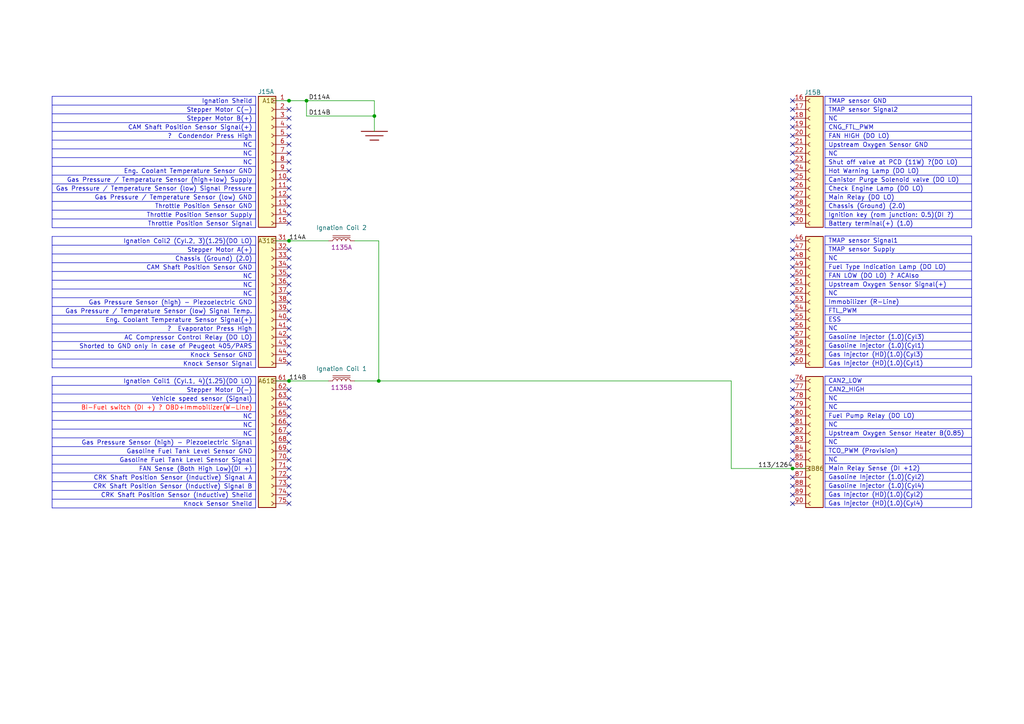
<source format=kicad_sch>
(kicad_sch (version 20250114) (generator "eeschema") (generator_version "9.0")
  (paper "A4")
  (lib_symbols
    (symbol "Conn_01x90_3Row_Socket_1" (pin_names (offset 1.016) (hide yes))
      (property "Reference" "J" (at 1.524 60.833 0))
      (property "Value" "Conn_01x90_3Row_Socket" (at 1.397 -61.214 0))
      (symbol "Conn_01x90_3Row_Socket_1_1_1"
        (pin passive line (at -4.318 58.42 0) (length 3.81) (name "A1") (number "1"))
        (pin passive line (at -4.318 55.88 0) (length 3.81) (name "A2") (number "2"))
        (pin passive line (at -4.318 53.34 0) (length 3.81) (name "A3") (number "3"))
        (pin passive line (at -4.318 50.8 0) (length 3.81) (name "A4") (number "4"))
        (pin passive line (at -4.318 48.26 0) (length 3.81) (name "A5") (number "5"))
        (pin passive line (at -4.318 45.72 0) (length 3.81) (name "A6") (number "6"))
        (pin passive line (at -4.318 43.18 0) (length 3.81) (name "A7") (number "7"))
        (pin passive line (at -4.318 40.64 0) (length 3.81) (name "A8") (number "8"))
        (pin passive line (at -4.318 38.1 0) (length 3.81) (name "A9") (number "9"))
        (pin passive line (at -4.318 35.56 0) (length 3.81) (name "A10") (number "10"))
        (pin passive line (at -4.318 33.02 0) (length 3.81) (name "A11") (number "11"))
        (pin passive line (at -4.318 30.48 0) (length 3.81) (name "A12") (number "12"))
        (pin passive line (at -4.318 27.94 0) (length 3.81) (name "A13") (number "13"))
        (pin passive line (at -4.318 25.4 0) (length 3.81) (name "A14") (number "14"))
        (pin passive line (at -4.318 22.86 0) (length 3.81) (name "A15") (number "15"))
        (pin passive line (at -4.318 17.78 0) (length 3.81) (name "A31") (number "31"))
        (pin passive line (at -4.318 15.24 0) (length 3.81) (name "A32") (number "32"))
        (pin passive line (at -4.318 12.7 0) (length 3.81) (name "A33") (number "33"))
        (pin passive line (at -4.318 10.16 0) (length 3.81) (name "A34") (number "34"))
        (pin passive line (at -4.318 7.62 0) (length 3.81) (name "A35") (number "35"))
        (pin passive line (at -4.318 5.08 0) (length 3.81) (name "A36") (number "36"))
        (pin passive line (at -4.318 2.54 0) (length 3.81) (name "A37") (number "37"))
        (pin passive line (at -4.318 0 0) (length 3.81) (name "A38") (number "38"))
        (pin passive line (at -4.318 -2.54 0) (length 3.81) (name "A39") (number "39"))
        (pin passive line (at -4.318 -5.08 0) (length 3.81) (name "A40") (number "40"))
        (pin passive line (at -4.318 -7.62 0) (length 3.81) (name "A41") (number "41"))
        (pin passive line (at -4.318 -10.16 0) (length 3.81) (name "A42") (number "42"))
        (pin passive line (at -4.318 -12.7 0) (length 3.81) (name "A43") (number "43"))
        (pin passive line (at -4.318 -15.24 0) (length 3.81) (name "A44") (number "44"))
        (pin passive line (at -4.318 -17.78 0) (length 3.81) (name "A45") (number "45"))
        (pin passive line (at -4.318 -22.86 0) (length 3.81) (name "A61") (number "61"))
        (pin passive line (at -4.318 -25.4 0) (length 3.81) (name "A62") (number "62"))
        (pin passive line (at -4.318 -27.94 0) (length 3.81) (name "A63") (number "63"))
        (pin passive line (at -4.318 -30.48 0) (length 3.81) (name "A64") (number "64"))
        (pin passive line (at -4.318 -33.02 0) (length 3.81) (name "A65") (number "65"))
        (pin passive line (at -4.318 -35.56 0) (length 3.81) (name "A66") (number "66"))
        (pin passive line (at -4.318 -38.1 0) (length 3.81) (name "A67") (number "67"))
        (pin passive line (at -4.318 -40.64 0) (length 3.81) (name "A68") (number "68"))
        (pin passive line (at -4.318 -43.18 0) (length 3.81) (name "A69") (number "69"))
        (pin passive line (at -4.318 -45.72 0) (length 3.81) (name "A70") (number "70"))
        (pin passive line (at -4.318 -48.26 0) (length 3.81) (name "A71") (number "71"))
        (pin passive line (at -4.318 -50.8 0) (length 3.81) (name "A72") (number "72"))
        (pin passive line (at -4.318 -53.34 0) (length 3.81) (name "A73") (number "73"))
        (pin passive line (at -4.318 -55.88 0) (length 3.81) (name "A74") (number "74"))
        (pin passive line (at -4.318 -58.42 0) (length 3.81) (name "A75") (number "75"))
      )
      (symbol "Conn_01x90_3Row_Socket_1_2_1"
        (pin passive line (at -4.318 58.42 0) (length 3.81) (name "B16") (number "16"))
        (pin passive line (at -4.318 55.88 0) (length 3.81) (name "B17") (number "17"))
        (pin passive line (at -4.318 53.34 0) (length 3.81) (name "B18") (number "18"))
        (pin passive line (at -4.318 50.8 0) (length 3.81) (name "B19") (number "19"))
        (pin passive line (at -4.318 48.26 0) (length 3.81) (name "B20") (number "20"))
        (pin passive line (at -4.318 45.72 0) (length 3.81) (name "B21") (number "21"))
        (pin passive line (at -4.318 43.18 0) (length 3.81) (name "B22") (number "22"))
        (pin passive line (at -4.318 40.64 0) (length 3.81) (name "B23") (number "23"))
        (pin passive line (at -4.318 38.1 0) (length 3.81) (name "B24") (number "24"))
        (pin passive line (at -4.318 35.56 0) (length 3.81) (name "B25") (number "25"))
        (pin passive line (at -4.318 33.02 0) (length 3.81) (name "B26") (number "26"))
        (pin passive line (at -4.318 30.48 0) (length 3.81) (name "B27") (number "27"))
        (pin passive line (at -4.318 27.94 0) (length 3.81) (name "B28") (number "28"))
        (pin passive line (at -4.318 25.4 0) (length 3.81) (name "B29") (number "29"))
        (pin passive line (at -4.318 22.86 0) (length 3.81) (name "B30") (number "30"))
        (pin passive line (at -4.318 17.78 0) (length 3.81) (name "B46") (number "46"))
        (pin passive line (at -4.318 15.24 0) (length 3.81) (name "B47") (number "47"))
        (pin passive line (at -4.318 12.7 0) (length 3.81) (name "B48") (number "48"))
        (pin passive line (at -4.318 10.16 0) (length 3.81) (name "B49") (number "49"))
        (pin passive line (at -4.318 7.62 0) (length 3.81) (name "B50") (number "50"))
        (pin passive line (at -4.318 5.08 0) (length 3.81) (name "B51") (number "51"))
        (pin passive line (at -4.318 2.54 0) (length 3.81) (name "B52") (number "52"))
        (pin passive line (at -4.318 0 0) (length 3.81) (name "B53") (number "53"))
        (pin passive line (at -4.318 -2.54 0) (length 3.81) (name "B54") (number "54"))
        (pin passive line (at -4.318 -5.08 0) (length 3.81) (name "B55") (number "55"))
        (pin passive line (at -4.318 -7.62 0) (length 3.81) (name "B56") (number "56"))
        (pin passive line (at -4.318 -10.16 0) (length 3.81) (name "B57") (number "57"))
        (pin passive line (at -4.318 -12.7 0) (length 3.81) (name "B58") (number "58"))
        (pin passive line (at -4.318 -15.24 0) (length 3.81) (name "B59") (number "59"))
        (pin passive line (at -4.318 -17.78 0) (length 3.81) (name "B60") (number "60"))
        (pin passive line (at -4.318 -22.86 0) (length 3.81) (name "B76") (number "76"))
        (pin passive line (at -4.318 -25.4 0) (length 3.81) (name "B77") (number "77"))
        (pin passive line (at -4.318 -27.94 0) (length 3.81) (name "B78") (number "78"))
        (pin passive line (at -4.318 -30.48 0) (length 3.81) (name "B79") (number "79"))
        (pin passive line (at -4.318 -33.02 0) (length 3.81) (name "B80") (number "80"))
        (pin passive line (at -4.318 -35.56 0) (length 3.81) (name "B81") (number "81"))
        (pin passive line (at -4.318 -38.1 0) (length 3.81) (name "B82") (number "82"))
        (pin passive line (at -4.318 -40.64 0) (length 3.81) (name "B83") (number "83"))
        (pin passive line (at -4.318 -43.18 0) (length 3.81) (name "B84") (number "84"))
        (pin passive line (at -4.318 -45.72 0) (length 3.81) (name "B85") (number "85"))
        (pin passive line (at -4.318 -48.26 0) (length 3.81) (name "B86") (number "86"))
        (pin passive line (at -4.318 -50.8 0) (length 3.81) (name "B87") (number "87"))
        (pin passive line (at -4.318 -53.34 0) (length 3.81) (name "B88") (number "88"))
        (pin passive line (at -4.318 -55.88 0) (length 3.81) (name "B89") (number "89"))
        (pin passive line (at -4.318 -58.42 0) (length 3.81) (name "B90") (number "90"))
      )
    )
    (symbol "Device:L_Iron" (pin_numbers (hide yes)) (pin_names (offset 1.016) (hide yes))
      (property "Reference" "L" (at -1.27 0 90))
      (property "Value" "L_Iron" (at 2.794 0 90))
      (symbol "L_Iron_1_1"
        (pin passive line (at 0 3.81 270) (length 1.27) (name "1") (number "1"))
        (pin passive line (at 0 -3.81 90) (length 1.27) (name "2") (number "2"))
      )
    )
    (symbol "Generic:P,E" (power) (pin_numbers (hide yes)) (pin_names (offset 3.81))
      (symbol "P,E_1_1"
        (pin power_in line (at 0 0 0) (length 0) (hide yes) (name "E") (number "0"))
      )
    )
    (symbol "sicma_socket:Conn_01x90_3Row_Socket" (pin_names (offset 1.016) (hide yes))
      (property "Reference" "J" (at 1.524 60.833 0))
      (property "Value" "Conn_01x90_3Row_Socket" (at 1.397 -61.214 0))
      (symbol "Conn_01x90_3Row_Socket_1_1"
        (pin passive line (at -4.318 58.42 0) (length 3.81) (name "A1") (number "1"))
        (pin passive line (at -4.318 55.88 0) (length 3.81) (name "A2") (number "2"))
        (pin passive line (at -4.318 53.34 0) (length 3.81) (name "A3") (number "3"))
        (pin passive line (at -4.318 50.8 0) (length 3.81) (name "A4") (number "4"))
        (pin passive line (at -4.318 48.26 0) (length 3.81) (name "A5") (number "5"))
        (pin passive line (at -4.318 45.72 0) (length 3.81) (name "A6") (number "6"))
        (pin passive line (at -4.318 43.18 0) (length 3.81) (name "A7") (number "7"))
        (pin passive line (at -4.318 40.64 0) (length 3.81) (name "A8") (number "8"))
        (pin passive line (at -4.318 38.1 0) (length 3.81) (name "A9") (number "9"))
        (pin passive line (at -4.318 35.56 0) (length 3.81) (name "A10") (number "10"))
        (pin passive line (at -4.318 33.02 0) (length 3.81) (name "A11") (number "11"))
        (pin passive line (at -4.318 30.48 0) (length 3.81) (name "A12") (number "12"))
        (pin passive line (at -4.318 27.94 0) (length 3.81) (name "A13") (number "13"))
        (pin passive line (at -4.318 25.4 0) (length 3.81) (name "A14") (number "14"))
        (pin passive line (at -4.318 22.86 0) (length 3.81) (name "A15") (number "15"))
        (pin passive line (at -4.318 17.78 0) (length 3.81) (name "A31") (number "31"))
        (pin passive line (at -4.318 15.24 0) (length 3.81) (name "A32") (number "32"))
        (pin passive line (at -4.318 12.7 0) (length 3.81) (name "A33") (number "33"))
        (pin passive line (at -4.318 10.16 0) (length 3.81) (name "A34") (number "34"))
        (pin passive line (at -4.318 7.62 0) (length 3.81) (name "A35") (number "35"))
        (pin passive line (at -4.318 5.08 0) (length 3.81) (name "A36") (number "36"))
        (pin passive line (at -4.318 2.54 0) (length 3.81) (name "A37") (number "37"))
        (pin passive line (at -4.318 0 0) (length 3.81) (name "A38") (number "38"))
        (pin passive line (at -4.318 -2.54 0) (length 3.81) (name "A39") (number "39"))
        (pin passive line (at -4.318 -5.08 0) (length 3.81) (name "A40") (number "40"))
        (pin passive line (at -4.318 -7.62 0) (length 3.81) (name "A41") (number "41"))
        (pin passive line (at -4.318 -10.16 0) (length 3.81) (name "A42") (number "42"))
        (pin passive line (at -4.318 -12.7 0) (length 3.81) (name "A43") (number "43"))
        (pin passive line (at -4.318 -15.24 0) (length 3.81) (name "A44") (number "44"))
        (pin passive line (at -4.318 -17.78 0) (length 3.81) (name "A45") (number "45"))
        (pin passive line (at -4.318 -22.86 0) (length 3.81) (name "A61") (number "61"))
        (pin passive line (at -4.318 -25.4 0) (length 3.81) (name "A62") (number "62"))
        (pin passive line (at -4.318 -27.94 0) (length 3.81) (name "A63") (number "63"))
        (pin passive line (at -4.318 -30.48 0) (length 3.81) (name "A64") (number "64"))
        (pin passive line (at -4.318 -33.02 0) (length 3.81) (name "A65") (number "65"))
        (pin passive line (at -4.318 -35.56 0) (length 3.81) (name "A66") (number "66"))
        (pin passive line (at -4.318 -38.1 0) (length 3.81) (name "A67") (number "67"))
        (pin passive line (at -4.318 -40.64 0) (length 3.81) (name "A68") (number "68"))
        (pin passive line (at -4.318 -43.18 0) (length 3.81) (name "A69") (number "69"))
        (pin passive line (at -4.318 -45.72 0) (length 3.81) (name "A70") (number "70"))
        (pin passive line (at -4.318 -48.26 0) (length 3.81) (name "A71") (number "71"))
        (pin passive line (at -4.318 -50.8 0) (length 3.81) (name "A72") (number "72"))
        (pin passive line (at -4.318 -53.34 0) (length 3.81) (name "A73") (number "73"))
        (pin passive line (at -4.318 -55.88 0) (length 3.81) (name "A74") (number "74"))
        (pin passive line (at -4.318 -58.42 0) (length 3.81) (name "A75") (number "75"))
      )
      (symbol "Conn_01x90_3Row_Socket_2_1"
        (pin passive line (at -4.318 58.42 0) (length 3.81) (name "B16") (number "16"))
        (pin passive line (at -4.318 55.88 0) (length 3.81) (name "B17") (number "17"))
        (pin passive line (at -4.318 53.34 0) (length 3.81) (name "B18") (number "18"))
        (pin passive line (at -4.318 50.8 0) (length 3.81) (name "B19") (number "19"))
        (pin passive line (at -4.318 48.26 0) (length 3.81) (name "B20") (number "20"))
        (pin passive line (at -4.318 45.72 0) (length 3.81) (name "B21") (number "21"))
        (pin passive line (at -4.318 43.18 0) (length 3.81) (name "B22") (number "22"))
        (pin passive line (at -4.318 40.64 0) (length 3.81) (name "B23") (number "23"))
        (pin passive line (at -4.318 38.1 0) (length 3.81) (name "B24") (number "24"))
        (pin passive line (at -4.318 35.56 0) (length 3.81) (name "B25") (number "25"))
        (pin passive line (at -4.318 33.02 0) (length 3.81) (name "B26") (number "26"))
        (pin passive line (at -4.318 30.48 0) (length 3.81) (name "B27") (number "27"))
        (pin passive line (at -4.318 27.94 0) (length 3.81) (name "B28") (number "28"))
        (pin passive line (at -4.318 25.4 0) (length 3.81) (name "B29") (number "29"))
        (pin passive line (at -4.318 22.86 0) (length 3.81) (name "B30") (number "30"))
        (pin passive line (at -4.318 17.78 0) (length 3.81) (name "B46") (number "46"))
        (pin passive line (at -4.318 15.24 0) (length 3.81) (name "B47") (number "47"))
        (pin passive line (at -4.318 12.7 0) (length 3.81) (name "B48") (number "48"))
        (pin passive line (at -4.318 10.16 0) (length 3.81) (name "B49") (number "49"))
        (pin passive line (at -4.318 7.62 0) (length 3.81) (name "B50") (number "50"))
        (pin passive line (at -4.318 5.08 0) (length 3.81) (name "B51") (number "51"))
        (pin passive line (at -4.318 2.54 0) (length 3.81) (name "B52") (number "52"))
        (pin passive line (at -4.318 0 0) (length 3.81) (name "B53") (number "53"))
        (pin passive line (at -4.318 -2.54 0) (length 3.81) (name "B54") (number "54"))
        (pin passive line (at -4.318 -5.08 0) (length 3.81) (name "B55") (number "55"))
        (pin passive line (at -4.318 -7.62 0) (length 3.81) (name "B56") (number "56"))
        (pin passive line (at -4.318 -10.16 0) (length 3.81) (name "B57") (number "57"))
        (pin passive line (at -4.318 -12.7 0) (length 3.81) (name "B58") (number "58"))
        (pin passive line (at -4.318 -15.24 0) (length 3.81) (name "B59") (number "59"))
        (pin passive line (at -4.318 -17.78 0) (length 3.81) (name "B60") (number "60"))
        (pin passive line (at -4.318 -22.86 0) (length 3.81) (name "B76") (number "76"))
        (pin passive line (at -4.318 -25.4 0) (length 3.81) (name "B77") (number "77"))
        (pin passive line (at -4.318 -27.94 0) (length 3.81) (name "B78") (number "78"))
        (pin passive line (at -4.318 -30.48 0) (length 3.81) (name "B79") (number "79"))
        (pin passive line (at -4.318 -33.02 0) (length 3.81) (name "B80") (number "80"))
        (pin passive line (at -4.318 -35.56 0) (length 3.81) (name "B81") (number "81"))
        (pin passive line (at -4.318 -38.1 0) (length 3.81) (name "B82") (number "82"))
        (pin passive line (at -4.318 -40.64 0) (length 3.81) (name "B83") (number "83"))
        (pin passive line (at -4.318 -43.18 0) (length 3.81) (name "B84") (number "84"))
        (pin passive line (at -4.318 -45.72 0) (length 3.81) (name "B85") (number "85"))
        (pin passive line (at -4.318 -48.26 0) (length 3.81) (name "B86") (number "86"))
        (pin passive line (at -4.318 -50.8 0) (length 3.81) (name "B87") (number "87"))
        (pin passive line (at -4.318 -53.34 0) (length 3.81) (name "B88") (number "88"))
        (pin passive line (at -4.318 -55.88 0) (length 3.81) (name "B89") (number "89"))
        (pin passive line (at -4.318 -58.42 0) (length 3.81) (name "B90") (number "90"))
      )
    )
  )
  (junction (at 109.855 110.49))
  (junction (at 83.82 110.49))
  (junction (at 229.87 135.89))
  (junction (at 88.9 29.21))
  (junction (at 108.585 33.655))
  (junction (at 83.82 69.85))
  (junction (at 83.82 29.21))
  (no_connect (at 83.82 130.81))
  (no_connect (at 229.87 29.21))
  (no_connect (at 229.87 82.55))
  (no_connect (at 83.82 138.43))
  (no_connect (at 83.82 62.23))
  (no_connect (at 229.87 92.71))
  (no_connect (at 229.87 57.15))
  (no_connect (at 83.82 36.83))
  (no_connect (at 229.87 118.11))
  (no_connect (at 229.87 105.41))
  (no_connect (at 229.87 128.27))
  (no_connect (at 229.87 31.75))
  (no_connect (at 83.82 74.93))
  (no_connect (at 229.87 64.77))
  (no_connect (at 83.82 90.17))
  (no_connect (at 229.87 36.83))
  (no_connect (at 83.82 95.25))
  (no_connect (at 83.82 125.73))
  (no_connect (at 83.82 34.29))
  (no_connect (at 83.82 97.79))
  (no_connect (at 229.87 90.17))
  (no_connect (at 229.87 85.09))
  (no_connect (at 229.87 34.29))
  (no_connect (at 229.87 80.01))
  (no_connect (at 83.82 87.63))
  (no_connect (at 229.87 120.65))
  (no_connect (at 83.82 31.75))
  (no_connect (at 83.82 52.07))
  (no_connect (at 83.82 92.71))
  (no_connect (at 83.82 44.45))
  (no_connect (at 229.87 113.03))
  (no_connect (at 229.87 138.43))
  (no_connect (at 229.87 39.37))
  (no_connect (at 83.82 39.37))
  (no_connect (at 83.82 118.11))
  (no_connect (at 83.82 115.57))
  (no_connect (at 229.87 146.05))
  (no_connect (at 229.87 143.51))
  (no_connect (at 83.82 100.33))
  (no_connect (at 83.82 105.41))
  (no_connect (at 83.82 123.19))
  (no_connect (at 83.82 120.65))
  (no_connect (at 83.82 140.97))
  (no_connect (at 83.82 54.61))
  (no_connect (at 83.82 85.09))
  (no_connect (at 229.87 41.91))
  (no_connect (at 229.87 102.87))
  (no_connect (at 229.87 74.93))
  (no_connect (at 229.87 130.81))
  (no_connect (at 229.87 140.97))
  (no_connect (at 229.87 97.79))
  (no_connect (at 83.82 77.47))
  (no_connect (at 229.87 87.63))
  (no_connect (at 229.87 62.23))
  (no_connect (at 229.87 49.53))
  (no_connect (at 229.87 95.25))
  (no_connect (at 83.82 82.55))
  (no_connect (at 83.82 143.51))
  (no_connect (at 229.87 54.61))
  (no_connect (at 83.82 64.77))
  (no_connect (at 229.87 44.45))
  (no_connect (at 229.87 69.85))
  (no_connect (at 83.82 135.89))
  (no_connect (at 229.87 46.99))
  (no_connect (at 83.82 46.99))
  (no_connect (at 83.82 59.69))
  (no_connect (at 229.87 125.73))
  (no_connect (at 229.87 133.35))
  (no_connect (at 83.82 128.27))
  (no_connect (at 229.87 123.19))
  (no_connect (at 83.82 72.39))
  (no_connect (at 229.87 52.07))
  (no_connect (at 229.87 115.57))
  (no_connect (at 83.82 57.15))
  (no_connect (at 229.87 77.47))
  (no_connect (at 83.82 102.87))
  (no_connect (at 83.82 133.35))
  (no_connect (at 229.87 110.49))
  (no_connect (at 83.82 41.91))
  (no_connect (at 229.87 100.33))
  (no_connect (at 83.82 146.05))
  (no_connect (at 83.82 113.03))
  (no_connect (at 229.87 59.69))
  (no_connect (at 83.82 80.01))
  (no_connect (at 83.82 49.53))
  (no_connect (at 229.87 72.39))
  (wire (pts (xy 229.87 135.89) (xy 233.68 135.89)))
  (wire (pts (xy 102.87 110.49) (xy 109.855 110.49)))
  (wire (pts (xy 88.9 29.21) (xy 108.585 29.21)))
  (wire (pts (xy 109.855 69.85) (xy 109.855 110.49)))
  (wire (pts (xy 108.585 38.1) (xy 108.585 33.655)))
  (wire (pts (xy 83.82 69.85) (xy 95.25 69.85)))
  (wire (pts (xy 83.82 110.49) (xy 95.25 110.49)))
  (wire (pts (xy 88.9 33.655) (xy 108.585 33.655)))
  (wire (pts (xy 108.585 33.655) (xy 108.585 29.21)))
  (wire (pts (xy 88.9 29.21) (xy 88.9 33.655)))
  (wire (pts (xy 80.01 110.49) (xy 83.82 110.49)))
  (wire (pts (xy 212.09 110.49) (xy 212.09 135.89)))
  (wire (pts (xy 109.855 69.85) (xy 102.87 69.85)))
  (wire (pts (xy 83.82 29.21) (xy 88.9 29.21)))
  (wire (pts (xy 109.855 110.49) (xy 212.09 110.49)))
  (wire (pts (xy 212.09 135.89) (xy 229.87 135.89)))
  (wire (pts (xy 80.01 29.21) (xy 83.82 29.21)))
  (wire (pts (xy 80.01 69.85) (xy 83.82 69.85)))
  (table (column_count 1) (border (external yes) (header yes)) (separators (rows yes) (cols yes)) (column_widths 42.545) (row_heights 2.54 2.54 2.54 2.54 2.54 2.54 2.54 2.54 2.54 2.54 2.54 2.54 2.54 2.54 2.54) (cells (table_cell "CAN2_LOW" (at 239.268 109.093 0) (size 42.545 2.54) (margins 0.9525 0.9525 0.9525 0.9525) (span 1 1)) (table_cell "CAN2_HIGH" (at 239.268 111.633 0) (size 42.545 2.54) (margins 0.9525 0.9525 0.9525 0.9525) (span 1 1)) (table_cell "NC" (at 239.268 114.173 0) (size 42.545 2.54) (margins 0.9525 0.9525 0.9525 0.9525) (span 1 1)) (table_cell "NC" (at 239.268 116.713 0) (size 42.545 2.54) (margins 0.9525 0.9525 0.9525 0.9525) (span 1 1)) (table_cell "Fuel Pump Relay (DO LO)" (at 239.268 119.253 0) (size 42.545 2.54) (margins 0.9525 0.9525 0.9525 0.9525) (span 1 1)) (table_cell "NC" (at 239.268 121.793 0) (size 42.545 2.54) (margins 0.9525 0.9525 0.9525 0.9525) (span 1 1)) (table_cell "Upstream Oxygen Sensor Heater B(0.85)" (at 239.268 124.333 0) (size 42.545 2.54) (margins 0.9525 0.9525 0.9525 0.9525) (span 1 1)) (table_cell "NC" (at 239.268 126.873 0) (size 42.545 2.54) (margins 0.9525 0.9525 0.9525 0.9525) (span 1 1)) (table_cell "TCO_PWM (Provision)" (at 239.268 129.413 0) (size 42.545 2.54) (margins 0.9525 0.9525 0.9525 0.9525) (span 1 1)) (table_cell "NC" (at 239.268 131.953 0) (size 42.545 2.54) (margins 0.9525 0.9525 0.9525 0.9525) (span 1 1)) (table_cell "Main Relay Sense (DI +12)" (at 239.268 134.493 0) (size 42.545 2.54) (margins 0.9525 0.9525 0.9525 0.9525) (span 1 1)) (table_cell "Gasoline Injector (1.0)(Cyl2)" (at 239.268 137.033 0) (size 42.545 2.54) (margins 0.9525 0.9525 0.9525 0.9525) (span 1 1)) (table_cell "Gasoline Injector (1.0)(Cyl4)" (at 239.268 139.573 0) (size 42.545 2.54) (margins 0.9525 0.9525 0.9525 0.9525) (span 1 1)) (table_cell "Gas Injector (HD)(1.0)(Cyl2)" (at 239.268 142.113 0) (size 42.545 2.54) (margins 0.9525 0.9525 0.9525 0.9525) (span 1 1)) (table_cell "Gas Injector (HD)(1.0)(Cyl4)" (at 239.268 144.653 0) (size 42.545 2.54) (margins 0.9525 0.9525 0.9525 0.9525) (span 1 1))))
  (table (column_count 1) (border (external yes) (header no)) (separators (rows yes) (cols no)) (column_widths 59.055) (row_heights 2.54 2.54 2.54 2.54 2.54 2.54 2.54 2.54 2.54 2.54 2.54 2.54 2.54 2.54 2.54) (cells (table_cell "Ignation Sheild" (at 15.113 27.94 0) (size 59.055 2.54) (margins 0.9525 0.9525 0.9525 0.9525) (span 1 1)) (table_cell "Stepper Motor C(-)" (at 15.113 30.48 0) (size 59.055 2.54) (margins 0.9525 0.9525 0.9525 0.9525) (span 1 1)) (table_cell "Stepper Motor B(+)" (at 15.113 33.02 0) (size 59.055 2.54) (margins 0.9525 0.9525 0.9525 0.9525) (span 1 1)) (table_cell "CAM Shaft Position Sensor Signal(+)" (at 15.113 35.56 0) (size 59.055 2.54) (margins 0.9525 0.9525 0.9525 0.9525) (span 1 1)) (table_cell "?  Condendor Press High" (at 15.113 38.1 0) (size 59.055 2.54) (margins 0.9525 0.9525 0.9525 0.9525) (span 1 1)) (table_cell "NC" (at 15.113 40.64 0) (size 59.055 2.54) (margins 0.9525 0.9525 0.9525 0.9525) (span 1 1)) (table_cell "NC" (at 15.113 43.18 0) (size 59.055 2.54) (margins 0.9525 0.9525 0.9525 0.9525) (span 1 1)) (table_cell "NC" (at 15.113 45.72 0) (size 59.055 2.54) (margins 0.9525 0.9525 0.9525 0.9525) (span 1 1)) (table_cell "Eng. Coolant Temperature Sensor GND" (at 15.113 48.26 0) (size 59.055 2.54) (margins 0.9525 0.9525 0.9525 0.9525) (span 1 1)) (table_cell "Gas Pressure / Temperature Sensor (high+low) Supply" (at 15.113 50.8 0) (size 59.055 2.54) (margins 0.9525 0.9525 0.9525 0.9525) (span 1 1)) (table_cell "Gas Pressure / Temperature Sensor (low) Signal Pressure" (at 15.113 53.34 0) (size 59.055 2.54) (margins 0.9525 0.9525 0.9525 0.9525) (span 1 1)) (table_cell "Gas Pressure / Temperature Sensor (low) GND" (at 15.113 55.88 0) (size 59.055 2.54) (margins 0.9525 0.9525 0.9525 0.9525) (span 1 1)) (table_cell "Throttle Position Sensor GND" (at 15.113 58.42 0) (size 59.055 2.54) (margins 0.9525 0.9525 0.9525 0.9525) (span 1 1)) (table_cell "Throttle Position Sensor Supply" (at 15.113 60.96 0) (size 59.055 2.54) (margins 0.9525 0.9525 0.9525 0.9525) (span 1 1)) (table_cell "Throttle Position Sensor Signal" (at 15.113 63.5 0) (size 59.055 2.54) (margins 0.9525 0.9525 0.9525 0.9525) (span 1 1))))
  (table (column_count 1) (border (external yes) (header yes)) (separators (rows yes) (cols yes)) (column_widths 42.545) (row_heights 2.54 2.54 2.54 2.54 2.54 2.54 2.54 2.54 2.54 2.54 2.54 2.54 2.54 2.54 2.54) (cells (table_cell "TMAP sensor Signal1" (at 239.268 68.453 0) (size 42.545 2.54) (margins 0.9525 0.9525 0.9525 0.9525) (span 1 1)) (table_cell "TMAP sensor Supply" (at 239.268 70.993 0) (size 42.545 2.54) (margins 0.9525 0.9525 0.9525 0.9525) (span 1 1)) (table_cell "NC" (at 239.268 73.533 0) (size 42.545 2.54) (margins 0.9525 0.9525 0.9525 0.9525) (span 1 1)) (table_cell "Fuel Type Indication Lamp (DO LO)" (at 239.268 76.073 0) (size 42.545 2.54) (margins 0.9525 0.9525 0.9525 0.9525) (span 1 1)) (table_cell "FAN LOW (DO LO) ? ACAlso" (at 239.268 78.613 0) (size 42.545 2.54) (margins 0.9525 0.9525 0.9525 0.9525) (span 1 1)) (table_cell "Upstream Oxygen Sensor Signal(+)" (at 239.268 81.153 0) (size 42.545 2.54) (margins 0.9525 0.9525 0.9525 0.9525) (span 1 1)) (table_cell "NC" (at 239.268 83.693 0) (size 42.545 2.54) (margins 0.9525 0.9525 0.9525 0.9525) (span 1 1)) (table_cell "Immobilizer (R-Line)" (at 239.268 86.233 0) (size 42.545 2.54) (margins 0.9525 0.9525 0.9525 0.9525) (span 1 1)) (table_cell "FTL_PWM" (at 239.268 88.773 0) (size 42.545 2.54) (margins 0.9525 0.9525 0.9525 0.9525) (span 1 1)) (table_cell "ESS" (at 239.268 91.313 0) (size 42.545 2.54) (margins 0.9525 0.9525 0.9525 0.9525) (span 1 1)) (table_cell "NC" (at 239.268 93.853 0) (size 42.545 2.54) (margins 0.9525 0.9525 0.9525 0.9525) (span 1 1)) (table_cell "Gasoline Injector (1.0)(Cyl3)" (at 239.268 96.393 0) (size 42.545 2.54) (margins 0.9525 0.9525 0.9525 0.9525) (span 1 1)) (table_cell "Gasoline Injector (1.0)(Cyl1)" (at 239.268 98.933 0) (size 42.545 2.54) (margins 0.9525 0.9525 0.9525 0.9525) (span 1 1)) (table_cell "Gas Injector (HD)(1.0)(Cyl3)" (at 239.268 101.473 0) (size 42.545 2.54) (margins 0.9525 0.9525 0.9525 0.9525) (span 1 1)) (table_cell "Gas Injector (HD)(1.0)(Cyl1)" (at 239.268 104.013 0) (size 42.545 2.54) (margins 0.9525 0.9525 0.9525 0.9525) (span 1 1))))
  (table (column_count 1) (border (external yes) (header yes)) (separators (rows yes) (cols yes)) (column_widths 59.055) (row_heights 2.54 2.54 2.54 2.54 2.54 2.54 2.54 2.54 2.54 2.54 2.54 2.54 2.54 2.54 2.54) (cells (table_cell "Ignation Coil2 (Cyl.2, 3)(1.25)(DO LO)" (at 15.113 68.58 0) (size 59.055 2.54) (margins 0.9525 0.9525 0.9525 0.9525) (span 1 1)) (table_cell "Stepper Motor A(+)" (at 15.113 71.12 0) (size 59.055 2.54) (margins 0.9525 0.9525 0.9525 0.9525) (span 1 1)) (table_cell "Chassis (Ground) (2.0)" (at 15.113 73.66 0) (size 59.055 2.54) (margins 0.9525 0.9525 0.9525 0.9525) (span 1 1)) (table_cell "CAM Shaft Position Sensor GND" (at 15.113 76.2 0) (size 59.055 2.54) (margins 0.9525 0.9525 0.9525 0.9525) (span 1 1)) (table_cell "NC" (at 15.113 78.74 0) (size 59.055 2.54) (margins 0.9525 0.9525 0.9525 0.9525) (span 1 1)) (table_cell "NC" (at 15.113 81.28 0) (size 59.055 2.54) (margins 0.9525 0.9525 0.9525 0.9525) (span 1 1)) (table_cell "NC" (at 15.113 83.82 0) (size 59.055 2.54) (margins 0.9525 0.9525 0.9525 0.9525) (span 1 1)) (table_cell "Gas Pressure Sensor (high) - Piezoelectric GND" (at 15.113 86.36 0) (size 59.055 2.54) (margins 0.9525 0.9525 0.9525 0.9525) (span 1 1)) (table_cell "Gas Pressure / Temperature Sensor (low) Signal Temp." (at 15.113 88.9 0) (size 59.055 2.54) (margins 0.9525 0.9525 0.9525 0.9525) (span 1 1)) (table_cell "Eng. Coolant Temperature Sensor Signal(+)" (at 15.113 91.44 0) (size 59.055 2.54) (margins 0.9525 0.9525 0.9525 0.9525) (span 1 1)) (table_cell "?  Evaporator Press High" (at 15.113 93.98 0) (size 59.055 2.54) (margins 0.9525 0.9525 0.9525 0.9525) (span 1 1)) (table_cell "AC Compressor Control Relay (DO LO)" (at 15.113 96.52 0) (size 59.055 2.54) (margins 0.9525 0.9525 0.9525 0.9525) (span 1 1)) (table_cell "Shorted to GND only in case of Peugeot 405/PARS" (at 15.113 99.06 0) (size 59.055 2.54) (margins 0.9525 0.9525 0.9525 0.9525) (span 1 1)) (table_cell "Knock Sensor GND" (at 15.113 101.6 0) (size 59.055 2.54) (margins 0.9525 0.9525 0.9525 0.9525) (span 1 1)) (table_cell "Knock Sensor Signal" (at 15.113 104.14 0) (size 59.055 2.54) (margins 0.9525 0.9525 0.9525 0.9525) (span 1 1))))
  (table (column_count 1) (border (external yes) (header yes)) (separators (rows yes) (cols yes)) (column_widths 59.055) (row_heights 2.54 2.54 2.54 2.54 2.54 2.54 2.54 2.54 2.54 2.54 2.54 2.54 2.54 2.54 2.54) (cells (table_cell "Ignation Coil1 (Cyl.1, 4)(1.25)(DO LO)" (at 15.113 109.22 0) (size 59.055 2.54) (margins 0.9525 0.9525 0.9525 0.9525) (span 1 1)) (table_cell "Stepper Motor D(-)" (at 15.113 111.76 0) (size 59.055 2.54) (margins 0.9525 0.9525 0.9525 0.9525) (span 1 1)) (table_cell "Vehicle speed sensor (Signal)" (at 15.113 114.3 0) (size 59.055 2.54) (margins 0.9525 0.9525 0.9525 0.9525) (span 1 1)) (table_cell "Bi-Fuel switch (DI +) ? OBD+Immobilizer(W-Line)" (at 15.113 116.84 0) (size 59.055 2.54) (margins 0.9525 0.9525 0.9525 0.9525) (span 1 1)) (table_cell "NC" (at 15.113 119.38 0) (size 59.055 2.54) (margins 0.9525 0.9525 0.9525 0.9525) (span 1 1)) (table_cell "NC" (at 15.113 121.92 0) (size 59.055 2.54) (margins 0.9525 0.9525 0.9525 0.9525) (span 1 1)) (table_cell "NC" (at 15.113 124.46 0) (size 59.055 2.54) (margins 0.9525 0.9525 0.9525 0.9525) (span 1 1)) (table_cell "Gas Pressure Sensor (high) - Piezoelectric Signal" (at 15.113 127 0) (size 59.055 2.54) (margins 0.9525 0.9525 0.9525 0.9525) (span 1 1)) (table_cell "Gasoline Fuel Tank Level Sensor GND" (at 15.113 129.54 0) (size 59.055 2.54) (margins 0.9525 0.9525 0.9525 0.9525) (span 1 1)) (table_cell "Gasoline Fuel Tank Level Sensor Signal" (at 15.113 132.08 0) (size 59.055 2.54) (margins 0.9525 0.9525 0.9525 0.9525) (span 1 1)) (table_cell "FAN Sense (Both High Low)(DI +)" (at 15.113 134.62 0) (size 59.055 2.54) (margins 0.9525 0.9525 0.9525 0.9525) (span 1 1)) (table_cell "CRK Shaft Position Sensor (Inductive) Signal A" (at 15.113 137.16 0) (size 59.055 2.54) (margins 0.9525 0.9525 0.9525 0.9525) (span 1 1)) (table_cell "CRK Shaft Position Sensor (Inductive) Signal B" (at 15.113 139.7 0) (size 59.055 2.54) (margins 0.9525 0.9525 0.9525 0.9525) (span 1 1)) (table_cell "CRK Shaft Position Sensor (Inductive) Sheild" (at 15.113 142.24 0) (size 59.055 2.54) (margins 0.9525 0.9525 0.9525 0.9525) (span 1 1)) (table_cell "Knock Sensor Sheild" (at 15.113 144.78 0) (size 59.055 2.54) (margins 0.9525 0.9525 0.9525 0.9525) (span 1 1))))
  (table (column_count 1) (border (external yes) (header yes)) (separators (rows yes) (cols yes)) (column_widths 42.545) (row_heights 2.54 2.54 2.54 2.54 2.54 2.54 2.54 2.54 2.54 2.54 2.54 2.54 2.54 2.54 2.54) (cells (table_cell "TMAP sensor GND" (at 239.268 27.94 0) (size 42.545 2.54) (margins 0.9525 0.9525 0.9525 0.9525) (span 1 1)) (table_cell "TMAP sensor Signal2" (at 239.268 30.48 0) (size 42.545 2.54) (margins 0.9525 0.9525 0.9525 0.9525) (span 1 1)) (table_cell "NC" (at 239.268 33.02 0) (size 42.545 2.54) (margins 0.9525 0.9525 0.9525 0.9525) (span 1 1)) (table_cell "CNG_FTL_PWM" (at 239.268 35.56 0) (size 42.545 2.54) (margins 0.9525 0.9525 0.9525 0.9525) (span 1 1)) (table_cell "FAN HIGH (DO LO)" (at 239.268 38.1 0) (size 42.545 2.54) (margins 0.9525 0.9525 0.9525 0.9525) (span 1 1)) (table_cell "Upstream Oxygen Sensor GND" (at 239.268 40.64 0) (size 42.545 2.54) (margins 0.9525 0.9525 0.9525 0.9525) (span 1 1)) (table_cell "NC" (at 239.268 43.18 0) (size 42.545 2.54) (margins 0.9525 0.9525 0.9525 0.9525) (span 1 1)) (table_cell "Shut off valve at PCD (11W) ?(DO LO)" (at 239.268 45.72 0) (size 42.545 2.54) (margins 0.9525 0.9525 0.9525 0.9525) (span 1 1)) (table_cell "Hot Warning Lamp (DO LO)" (at 239.268 48.26 0) (size 42.545 2.54) (margins 0.9525 0.9525 0.9525 0.9525) (span 1 1)) (table_cell "Canistor Purge Solenoid valve (DO LO)" (at 239.268 50.8 0) (size 42.545 2.54) (margins 0.9525 0.9525 0.9525 0.9525) (span 1 1)) (table_cell "Check Engine Lamp (DO LO)" (at 239.268 53.34 0) (size 42.545 2.54) (margins 0.9525 0.9525 0.9525 0.9525) (span 1 1)) (table_cell "Main Relay (DO LO)" (at 239.268 55.88 0) (size 42.545 2.54) (margins 0.9525 0.9525 0.9525 0.9525) (span 1 1)) (table_cell "Chassis (Ground) (2.0)" (at 239.268 58.42 0) (size 42.545 2.54) (margins 0.9525 0.9525 0.9525 0.9525) (span 1 1)) (table_cell "Ignition key (rom junction: 0.5)(DI ?)" (at 239.268 60.96 0) (size 42.545 2.54) (margins 0.9525 0.9525 0.9525 0.9525) (span 1 1)) (table_cell "Battery terminal(+) (1.0)" (at 239.268 63.5 0) (size 42.545 2.54) (margins 0.9525 0.9525 0.9525 0.9525) (span 1 1))))
  (label "114A" (at 83.82 69.85 0))
  (label "D114B" (at 89.535 33.655 0))
  (label "114B" (at 83.82 110.49 0))
  (label "113{slash}1264" (at 229.87 135.89 180))
  (label "D114A" (at 89.535 29.21 0))
  (hierarchical_label "B86" (shape passive) (at 233.68 135.89 0))
  (hierarchical_label "A1" (shape passive) (at 80.01 29.21 180))
  (hierarchical_label "A31" (shape passive) (at 80.01 69.85 180))
  (hierarchical_label "A61" (shape passive) (at 80.01 110.49 180))
  (symbol (lib_id "Device:L_Iron") (at 99.06 69.85 90) (unit 1) (in_bom no) (on_board no)
    (property "Reference" "L3" (effects (hide yes)))
    (property "Value" "Ignation Coil 2" (at 99.06 66.04 90))
    (property "Description" "Inductor with iron core" (effects (hide yes)))
    (property "Unit Tag" "1135A" (at 99.06 71.755 90))
  )
  (symbol (lib_id "sicma_socket:Conn_01x90_3Row_Socket") (at 79.502 87.63 0) (mirror y) (unit 1)
    (property "Reference" "J15" (at 79.502 26.6064 0) (effects (justify left)))
    (property "Value" "Conn_01x90_3Row_Socket" (effects (hide yes)))
    (property "Description" "\"Duble connector, triple row, 03x30, unit letter first pin numbering scheme (pin number form 1 to 90\"" (effects (hide yes)))
  )
  (symbol (lib_name "Conn_01x90_3Row_Socket_1") (lib_id "sicma_socket:Conn_01x90_3Row_Socket") (at 234.188 87.63 0) (unit 2)
    (property "Reference" "J15" (at 235.712 26.797 0))
    (property "Value" "Conn_01x90_3Row_Socket" (effects (hide yes)))
    (property "Description" "\"Duble connector, triple row, 03x30, unit letter first pin numbering scheme (pin number form 1 to 90\"" (effects (hide yes)))
  )
  (symbol (lib_id "Generic:P,E") (at 108.585 38.1 0) (unit 1)
    (property "Reference" "#PWR0325" (effects (hide yes)))
    (property "Value" "P,E" (effects (hide yes)))
    (property "Description" "earth/ground/earthing/grounding (E)" (effects (hide yes)))
  )
  (symbol (lib_id "Device:L_Iron") (at 99.06 110.49 90) (unit 1) (in_bom no) (on_board no)
    (property "Reference" "L4" (effects (hide yes)))
    (property "Value" "Ignation Coil 1" (at 99.06 106.934 90))
    (property "Description" "Inductor with iron core" (effects (hide yes)))
    (property "Unit Tag" "1135B" (at 99.06 112.395 90))
  )
)
</source>
